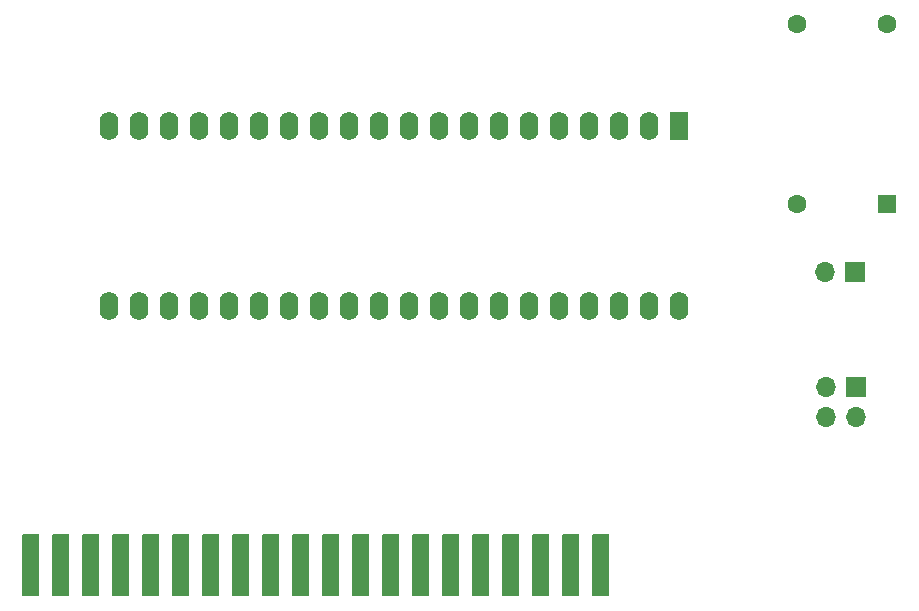
<source format=gbr>
G04 #@! TF.GenerationSoftware,KiCad,Pcbnew,(5.1.9-0-10_14)*
G04 #@! TF.CreationDate,2021-05-05T15:59:09-05:00*
G04 #@! TF.ProjectId,CPU Card,43505520-4361-4726-942e-6b696361645f,v1.0*
G04 #@! TF.SameCoordinates,Original*
G04 #@! TF.FileFunction,Soldermask,Bot*
G04 #@! TF.FilePolarity,Negative*
%FSLAX46Y46*%
G04 Gerber Fmt 4.6, Leading zero omitted, Abs format (unit mm)*
G04 Created by KiCad (PCBNEW (5.1.9-0-10_14)) date 2021-05-05 15:59:09*
%MOMM*%
%LPD*%
G01*
G04 APERTURE LIST*
%ADD10R,1.600000X2.400000*%
%ADD11O,1.600000X2.400000*%
%ADD12R,1.700000X1.700000*%
%ADD13O,1.700000X1.700000*%
%ADD14R,1.600000X1.600000*%
%ADD15C,1.600000*%
G04 APERTURE END LIST*
G36*
G01*
X164145000Y-132541600D02*
X162875000Y-132541600D01*
G75*
G02*
X162773400Y-132440000I0J101600D01*
G01*
X162773400Y-127360000D01*
G75*
G02*
X162875000Y-127258400I101600J0D01*
G01*
X164145000Y-127258400D01*
G75*
G02*
X164246600Y-127360000I0J-101600D01*
G01*
X164246600Y-132440000D01*
G75*
G02*
X164145000Y-132541600I-101600J0D01*
G01*
G37*
G36*
G01*
X161605000Y-132541600D02*
X160335000Y-132541600D01*
G75*
G02*
X160233400Y-132440000I0J101600D01*
G01*
X160233400Y-127360000D01*
G75*
G02*
X160335000Y-127258400I101600J0D01*
G01*
X161605000Y-127258400D01*
G75*
G02*
X161706600Y-127360000I0J-101600D01*
G01*
X161706600Y-132440000D01*
G75*
G02*
X161605000Y-132541600I-101600J0D01*
G01*
G37*
G36*
G01*
X159065000Y-132541600D02*
X157795000Y-132541600D01*
G75*
G02*
X157693400Y-132440000I0J101600D01*
G01*
X157693400Y-127360000D01*
G75*
G02*
X157795000Y-127258400I101600J0D01*
G01*
X159065000Y-127258400D01*
G75*
G02*
X159166600Y-127360000I0J-101600D01*
G01*
X159166600Y-132440000D01*
G75*
G02*
X159065000Y-132541600I-101600J0D01*
G01*
G37*
G36*
G01*
X156525000Y-132541600D02*
X155255000Y-132541600D01*
G75*
G02*
X155153400Y-132440000I0J101600D01*
G01*
X155153400Y-127360000D01*
G75*
G02*
X155255000Y-127258400I101600J0D01*
G01*
X156525000Y-127258400D01*
G75*
G02*
X156626600Y-127360000I0J-101600D01*
G01*
X156626600Y-132440000D01*
G75*
G02*
X156525000Y-132541600I-101600J0D01*
G01*
G37*
G36*
G01*
X153985000Y-132541600D02*
X152715000Y-132541600D01*
G75*
G02*
X152613400Y-132440000I0J101600D01*
G01*
X152613400Y-127360000D01*
G75*
G02*
X152715000Y-127258400I101600J0D01*
G01*
X153985000Y-127258400D01*
G75*
G02*
X154086600Y-127360000I0J-101600D01*
G01*
X154086600Y-132440000D01*
G75*
G02*
X153985000Y-132541600I-101600J0D01*
G01*
G37*
G36*
G01*
X151445000Y-132541600D02*
X150175000Y-132541600D01*
G75*
G02*
X150073400Y-132440000I0J101600D01*
G01*
X150073400Y-127360000D01*
G75*
G02*
X150175000Y-127258400I101600J0D01*
G01*
X151445000Y-127258400D01*
G75*
G02*
X151546600Y-127360000I0J-101600D01*
G01*
X151546600Y-132440000D01*
G75*
G02*
X151445000Y-132541600I-101600J0D01*
G01*
G37*
G36*
G01*
X148905000Y-132541600D02*
X147635000Y-132541600D01*
G75*
G02*
X147533400Y-132440000I0J101600D01*
G01*
X147533400Y-127360000D01*
G75*
G02*
X147635000Y-127258400I101600J0D01*
G01*
X148905000Y-127258400D01*
G75*
G02*
X149006600Y-127360000I0J-101600D01*
G01*
X149006600Y-132440000D01*
G75*
G02*
X148905000Y-132541600I-101600J0D01*
G01*
G37*
G36*
G01*
X146365000Y-132541600D02*
X145095000Y-132541600D01*
G75*
G02*
X144993400Y-132440000I0J101600D01*
G01*
X144993400Y-127360000D01*
G75*
G02*
X145095000Y-127258400I101600J0D01*
G01*
X146365000Y-127258400D01*
G75*
G02*
X146466600Y-127360000I0J-101600D01*
G01*
X146466600Y-132440000D01*
G75*
G02*
X146365000Y-132541600I-101600J0D01*
G01*
G37*
G36*
G01*
X143825000Y-132541600D02*
X142555000Y-132541600D01*
G75*
G02*
X142453400Y-132440000I0J101600D01*
G01*
X142453400Y-127360000D01*
G75*
G02*
X142555000Y-127258400I101600J0D01*
G01*
X143825000Y-127258400D01*
G75*
G02*
X143926600Y-127360000I0J-101600D01*
G01*
X143926600Y-132440000D01*
G75*
G02*
X143825000Y-132541600I-101600J0D01*
G01*
G37*
G36*
G01*
X141285000Y-132541600D02*
X140015000Y-132541600D01*
G75*
G02*
X139913400Y-132440000I0J101600D01*
G01*
X139913400Y-127360000D01*
G75*
G02*
X140015000Y-127258400I101600J0D01*
G01*
X141285000Y-127258400D01*
G75*
G02*
X141386600Y-127360000I0J-101600D01*
G01*
X141386600Y-132440000D01*
G75*
G02*
X141285000Y-132541600I-101600J0D01*
G01*
G37*
G36*
G01*
X138745000Y-132541600D02*
X137475000Y-132541600D01*
G75*
G02*
X137373400Y-132440000I0J101600D01*
G01*
X137373400Y-127360000D01*
G75*
G02*
X137475000Y-127258400I101600J0D01*
G01*
X138745000Y-127258400D01*
G75*
G02*
X138846600Y-127360000I0J-101600D01*
G01*
X138846600Y-132440000D01*
G75*
G02*
X138745000Y-132541600I-101600J0D01*
G01*
G37*
G36*
G01*
X136205000Y-132541600D02*
X134935000Y-132541600D01*
G75*
G02*
X134833400Y-132440000I0J101600D01*
G01*
X134833400Y-127360000D01*
G75*
G02*
X134935000Y-127258400I101600J0D01*
G01*
X136205000Y-127258400D01*
G75*
G02*
X136306600Y-127360000I0J-101600D01*
G01*
X136306600Y-132440000D01*
G75*
G02*
X136205000Y-132541600I-101600J0D01*
G01*
G37*
G36*
G01*
X133665000Y-132541600D02*
X132395000Y-132541600D01*
G75*
G02*
X132293400Y-132440000I0J101600D01*
G01*
X132293400Y-127360000D01*
G75*
G02*
X132395000Y-127258400I101600J0D01*
G01*
X133665000Y-127258400D01*
G75*
G02*
X133766600Y-127360000I0J-101600D01*
G01*
X133766600Y-132440000D01*
G75*
G02*
X133665000Y-132541600I-101600J0D01*
G01*
G37*
G36*
G01*
X131125000Y-132541600D02*
X129855000Y-132541600D01*
G75*
G02*
X129753400Y-132440000I0J101600D01*
G01*
X129753400Y-127360000D01*
G75*
G02*
X129855000Y-127258400I101600J0D01*
G01*
X131125000Y-127258400D01*
G75*
G02*
X131226600Y-127360000I0J-101600D01*
G01*
X131226600Y-132440000D01*
G75*
G02*
X131125000Y-132541600I-101600J0D01*
G01*
G37*
G36*
G01*
X128585000Y-132541600D02*
X127315000Y-132541600D01*
G75*
G02*
X127213400Y-132440000I0J101600D01*
G01*
X127213400Y-127360000D01*
G75*
G02*
X127315000Y-127258400I101600J0D01*
G01*
X128585000Y-127258400D01*
G75*
G02*
X128686600Y-127360000I0J-101600D01*
G01*
X128686600Y-132440000D01*
G75*
G02*
X128585000Y-132541600I-101600J0D01*
G01*
G37*
G36*
G01*
X126045000Y-132541600D02*
X124775000Y-132541600D01*
G75*
G02*
X124673400Y-132440000I0J101600D01*
G01*
X124673400Y-127360000D01*
G75*
G02*
X124775000Y-127258400I101600J0D01*
G01*
X126045000Y-127258400D01*
G75*
G02*
X126146600Y-127360000I0J-101600D01*
G01*
X126146600Y-132440000D01*
G75*
G02*
X126045000Y-132541600I-101600J0D01*
G01*
G37*
G36*
G01*
X123505000Y-132541600D02*
X122235000Y-132541600D01*
G75*
G02*
X122133400Y-132440000I0J101600D01*
G01*
X122133400Y-127360000D01*
G75*
G02*
X122235000Y-127258400I101600J0D01*
G01*
X123505000Y-127258400D01*
G75*
G02*
X123606600Y-127360000I0J-101600D01*
G01*
X123606600Y-132440000D01*
G75*
G02*
X123505000Y-132541600I-101600J0D01*
G01*
G37*
G36*
G01*
X120965000Y-132541600D02*
X119695000Y-132541600D01*
G75*
G02*
X119593400Y-132440000I0J101600D01*
G01*
X119593400Y-127360000D01*
G75*
G02*
X119695000Y-127258400I101600J0D01*
G01*
X120965000Y-127258400D01*
G75*
G02*
X121066600Y-127360000I0J-101600D01*
G01*
X121066600Y-132440000D01*
G75*
G02*
X120965000Y-132541600I-101600J0D01*
G01*
G37*
G36*
G01*
X118425000Y-132541600D02*
X117155000Y-132541600D01*
G75*
G02*
X117053400Y-132440000I0J101600D01*
G01*
X117053400Y-127360000D01*
G75*
G02*
X117155000Y-127258400I101600J0D01*
G01*
X118425000Y-127258400D01*
G75*
G02*
X118526600Y-127360000I0J-101600D01*
G01*
X118526600Y-132440000D01*
G75*
G02*
X118425000Y-132541600I-101600J0D01*
G01*
G37*
G36*
G01*
X115885000Y-132541600D02*
X114615000Y-132541600D01*
G75*
G02*
X114513400Y-132440000I0J101600D01*
G01*
X114513400Y-127360000D01*
G75*
G02*
X114615000Y-127258400I101600J0D01*
G01*
X115885000Y-127258400D01*
G75*
G02*
X115986600Y-127360000I0J-101600D01*
G01*
X115986600Y-132440000D01*
G75*
G02*
X115885000Y-132541600I-101600J0D01*
G01*
G37*
D10*
X170180000Y-92710000D03*
D11*
X121920000Y-107950000D03*
X167640000Y-92710000D03*
X124460000Y-107950000D03*
X165100000Y-92710000D03*
X127000000Y-107950000D03*
X162560000Y-92710000D03*
X129540000Y-107950000D03*
X160020000Y-92710000D03*
X132080000Y-107950000D03*
X157480000Y-92710000D03*
X134620000Y-107950000D03*
X154940000Y-92710000D03*
X137160000Y-107950000D03*
X152400000Y-92710000D03*
X139700000Y-107950000D03*
X149860000Y-92710000D03*
X142240000Y-107950000D03*
X147320000Y-92710000D03*
X144780000Y-107950000D03*
X144780000Y-92710000D03*
X147320000Y-107950000D03*
X142240000Y-92710000D03*
X149860000Y-107950000D03*
X139700000Y-92710000D03*
X152400000Y-107950000D03*
X137160000Y-92710000D03*
X154940000Y-107950000D03*
X134620000Y-92710000D03*
X157480000Y-107950000D03*
X132080000Y-92710000D03*
X160020000Y-107950000D03*
X129540000Y-92710000D03*
X162560000Y-107950000D03*
X127000000Y-92710000D03*
X165100000Y-107950000D03*
X124460000Y-92710000D03*
X167640000Y-107950000D03*
X121920000Y-92710000D03*
X170180000Y-107950000D03*
D12*
X185150000Y-114810000D03*
D13*
X185150000Y-117350000D03*
X182610000Y-114810000D03*
X182610000Y-117350000D03*
D12*
X185051100Y-105063600D03*
D13*
X182511100Y-105063600D03*
D14*
X187801100Y-99313600D03*
D15*
X180181100Y-99313600D03*
X180181100Y-84073600D03*
X187801100Y-84073600D03*
M02*

</source>
